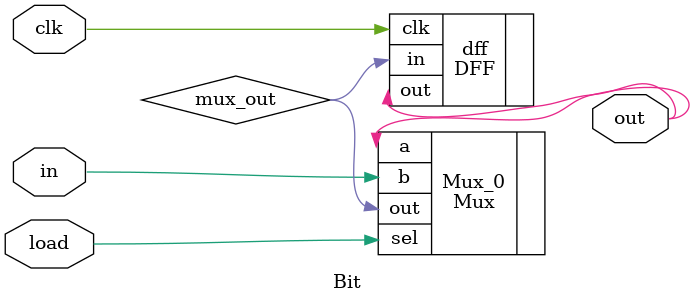
<source format=v>
/**
 * 1-bit register:
 * If load[t] == 1 then out[t+1] = in[t]
 *    else out does not change (out[t+1] = out[t])
 */

`default_nettype none
module Bit(
	input wire clk,
	input wire in,
	input wire load,
	output wire out
);

// your implementation comes here:

wire mux_out;

Mux Mux_0(.a(out), .b(in), .sel(load), .out(mux_out));
DFF dff(.clk(clk), .in(mux_out), .out(out));

endmodule

</source>
